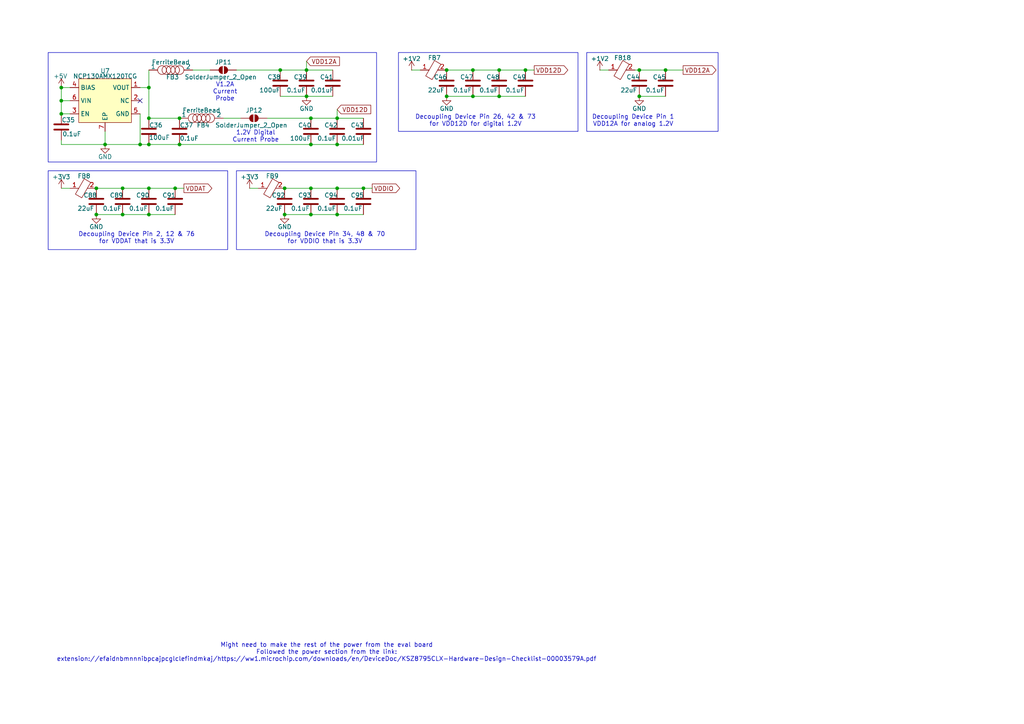
<source format=kicad_sch>
(kicad_sch (version 20250114) (generator "eeschema") (generator_version "9.0")
  (paper "A4")
  (title_block (date "2025-04-01") (rev "1") (company "Bronco Space") (comment 1 "SCALES") (comment 2 "By John Pollak"))
  (lib_symbols
    (symbol "CBW321609U101T_1"
      (property "Reference" "FB" (at 0 -0.254 0))
      (property "Value" "CBW321609U101T" (at 0 -5.08 0))
      (symbol "CBW321609U101T_1_0_1"
        (polyline (pts (xy -1.27 0) (xy -1.2954 0)))
        (polyline (pts (xy -0.4064 -2.7686) (xy -2.2606 -1.7018) (xy 0.3048 2.7686) (xy 2.159 1.6764) (xy -0.4064 -2.7686)))
        (polyline (pts (xy 1.27 0) (xy 1.2192 0)))
      )
      (symbol "CBW321609U101T_1_1_1"
        (pin unspecified line (at -3.81 0 0) (length 2.54) (name "~") (number "1"))
        (pin unspecified line (at 3.81 0 180) (length 2.54) (name "~") (number "2"))
      )
    )
    (symbol "Device:C" (pin_numbers (hide yes)) (pin_names (offset 0.254))
      (property "Reference" "C" (at 0.635 2.54 0))
      (property "Value" "C" (at 0.635 -2.54 0))
      (symbol "C_0_1"
        (polyline (pts (xy -2.032 0.762) (xy 2.032 0.762)) (stroke (width 0.508)))
        (polyline (pts (xy -2.032 -0.762) (xy 2.032 -0.762)) (stroke (width 0.508)))
      )
      (symbol "C_1_1"
        (pin passive line (at 0 3.81 270) (length 2.794) (name "~") (number "1"))
        (pin passive line (at 0 -3.81 90) (length 2.794) (name "~") (number "2"))
      )
    )
    (symbol "FerriteBead_1" (pin_numbers (hide yes)) (pin_names (offset 0))
      (property "Reference" "FB2" (at 0 2.032 0))
      (property "Value" "FerriteBead" (at 0.254 -2.286 0))
      (symbol "FerriteBead_1_0_1"
        (circle (center -2.54 0) (radius 1.27))
        (circle (center -1.27 0) (radius 1.27))
        (polyline (pts (xy 0 0) (xy -0.0254 0)))
        (circle (center 0 0) (radius 1.27))
        (circle (center 1.27 0) (radius 1.27))
        (polyline (pts (xy 2.54 0) (xy 2.4892 0)))
        (circle (center 2.54 0) (radius 1.27))
      )
      (symbol "FerriteBead_1_1_1"
        (pin passive line (at -6.35 0 0) (length 2.54) (name "1") (number "1"))
        (pin passive line (at 6.35 0 180) (length 2.54) (name "2") (number "2"))
      )
    )
    (symbol "SolderJumper_2_Open_1" (pin_numbers (hide yes)) (pin_names (offset 0) (hide yes)) (exclude_from_sim yes) (in_bom no)
      (property "Reference" "JP5" (at 0 -2.286 0))
      (property "Value" "SolderJumper_2_Open" (at 0.762 2.032 0))
      (symbol "SolderJumper_2_Open_1_0_1"
        (polyline (pts (xy -0.254 1.016) (xy -0.254 -1.016)))
        (arc (start -0.254 -1.016) (mid -1.2656 0) (end -0.254 1.016))
        (arc (start -0.254 -1.016) (mid -1.2656 0) (end -0.254 1.016) (fill (type outline)))
        (arc (start 0.254 1.016) (mid 1.2656 0) (end 0.254 -1.016))
        (arc (start 0.254 1.016) (mid 1.2656 0) (end 0.254 -1.016) (fill (type outline)))
        (polyline (pts (xy 0.254 1.016) (xy 0.254 -1.016)))
      )
      (symbol "SolderJumper_2_Open_1_1_1"
        (pin passive line (at -3.81 0 0) (length 2.54) (name "A") (number "1"))
        (pin passive line (at 3.81 0 180) (length 2.54) (name "B") (number "2"))
      )
    )
    (symbol "easyeda2kicad_local:NCP130AMX120TCG"
      (property "Reference" "U7" (at 0 9.906 0))
      (property "Value" "NCP130AMX120TCG" (at 0 8.382 0))
      (symbol "NCP130AMX120TCG_0_1"
        (rectangle (start -7.62 7.62) (end 7.62 -5.08) (fill (type background)))
        (pin unspecified line (at -10.16 5.08 0) (length 2.54) (name "BIAS") (number "4"))
        (pin unspecified line (at -10.16 -2.54 0) (length 2.54) (name "EN") (number "3"))
        (pin unspecified line (at 10.16 1.27 180) (length 2.54) (name "NC") (number "2"))
        (pin unspecified line (at 10.16 -2.54 180) (length 2.54) (name "GND") (number "5"))
      )
      (symbol "NCP130AMX120TCG_1_1"
        (pin unspecified line (at -10.16 1.27 0) (length 2.54) (name "VIN") (number "6"))
        (pin unspecified line (at 0 -7.62 90) (length 2.54) (name "EP") (number "7"))
        (pin unspecified line (at 10.16 5.08 180) (length 2.54) (name "VOUT") (number "1"))
      )
    )
    (symbol "power:+5V" (power) (pin_numbers (hide yes)) (pin_names (offset 0) (hide yes))
      (property "Value" "+5V" (at 0 3.556 0))
      (symbol "+5V_0_1"
        (polyline (pts (xy -0.762 1.27) (xy 0 2.54)))
        (polyline (pts (xy 0 2.54) (xy 0.762 1.27)))
        (polyline (pts (xy 0 0) (xy 0 2.54)))
      )
      (symbol "+5V_1_1"
        (pin power_in line (at 0 0 90) (length 0) (name "~") (number "1"))
      )
    )
    (symbol "power:GND" (power) (pin_numbers (hide yes)) (pin_names (offset 0) (hide yes))
      (property "Value" "GND" (at 0 -3.81 0))
      (symbol "GND_0_1"
        (polyline (pts (xy 0 0) (xy 0 -1.27) (xy 1.27 -1.27) (xy 0 -2.54) (xy -1.27 -1.27) (xy 0 -1.27)))
      )
      (symbol "GND_1_1"
        (pin power_in line (at 0 0 270) (length 0) (name "~") (number "1"))
      )
    )
    (symbol "power:VPP" (power) (pin_numbers (hide yes)) (pin_names (offset 0) (hide yes))
      (property "Value" "VPP" (at 0 3.556 0))
      (symbol "VPP_0_1"
        (polyline (pts (xy -0.762 1.27) (xy 0 2.54)))
        (polyline (pts (xy 0 2.54) (xy 0.762 1.27)))
        (polyline (pts (xy 0 0) (xy 0 2.54)))
      )
      (symbol "VPP_1_1"
        (pin power_in line (at 0 0 90) (length 0) (name "~") (number "1"))
      )
    )
  )
  (rectangle (start 170.18 15.24) (end 208.28 38.1))
  (rectangle (start 68.58 49.53) (end 120.65 72.39))
  (rectangle (start 13.97 15.24) (end 109.22 46.99))
  (rectangle (start 13.97 49.53) (end 66.04 72.39))
  (rectangle (start 115.57 15.24) (end 167.64 38.1))
  (text "Decoupling Device Pin 34, 48 & 70\nfor VDDIO that is 3.3V" (at 94.234 69.088 0) (effects (font (size 1.27 1.27))))
  (text "Might need to make the rest of the power from the eval board\nFollowed the power section from the link:\nextension://efaidnbmnnnibpcajpcglclefindmkaj/https://ww1.microchip.com/downloads/en/DeviceDoc/KSZ8795CLX-Hardware-Design-Checklist-00003579A.pdf" (at 94.742 189.23 0) (effects (font (size 1.27 1.27))))
  (text "Decoupling Device Pin 26, 42 & 73\nfor VDD12D for digital 1.2V" (at 137.922 35.052 0) (effects (font (size 1.27 1.27))))
  (text "Decoupling Device Pin 1\nVDD12A for analog 1.2V" (at 183.642 35.052 0) (effects (font (size 1.27 1.27))))
  (text "V1.2A\nCurrent\nProbe" (at 65.278 26.67 0) (effects (font (size 1.27 1.27))))
  (text "1.2V Digital\nCurrent Probe" (at 74.168 39.624 0) (effects (font (size 1.27 1.27))))
  (text "Decoupling Device Pin 2, 12 & 76\nfor VDDAT that is 3.3V" (at 39.624 69.088 0) (effects (font (size 1.27 1.27))))
  (junction (at 90.17 41.91))
  (junction (at 35.56 62.23))
  (junction (at 43.18 41.91))
  (junction (at 193.04 20.32))
  (junction (at 90.17 34.29))
  (junction (at 152.4 20.32))
  (junction (at 27.94 54.61))
  (junction (at 52.07 34.29))
  (junction (at 82.55 54.61))
  (junction (at 17.78 33.02))
  (junction (at 40.64 41.91))
  (junction (at 17.78 29.21))
  (junction (at 97.79 62.23))
  (junction (at 144.78 27.94))
  (junction (at 90.17 54.61))
  (junction (at 43.18 25.4))
  (junction (at 82.55 62.23))
  (junction (at 88.9 27.94))
  (junction (at 185.42 27.94))
  (junction (at 90.17 62.23))
  (junction (at 27.94 62.23))
  (junction (at 144.78 20.32))
  (junction (at 52.07 41.91))
  (junction (at 129.54 20.32))
  (junction (at 43.18 54.61))
  (junction (at 43.18 34.29))
  (junction (at 185.42 20.32))
  (junction (at 35.56 54.61))
  (junction (at 17.78 25.4))
  (junction (at 97.79 41.91))
  (junction (at 105.41 54.61))
  (junction (at 88.9 20.32))
  (junction (at 129.54 27.94))
  (junction (at 81.28 20.32))
  (junction (at 97.79 34.29))
  (junction (at 30.48 41.91))
  (junction (at 137.16 27.94))
  (junction (at 50.8 54.61))
  (junction (at 43.18 62.23))
  (junction (at 137.16 20.32))
  (junction (at 97.79 54.61))
  (no_connect (at 40.64 29.21))
  (wire (pts (xy 97.79 34.29) (xy 105.41 34.29)))
  (wire (pts (xy 77.47 34.29) (xy 90.17 34.29)))
  (wire (pts (xy 137.16 20.32) (xy 144.78 20.32)))
  (wire (pts (xy 35.56 62.23) (xy 43.18 62.23)))
  (wire (pts (xy 55.88 20.32) (xy 60.96 20.32)))
  (wire (pts (xy 97.79 41.91) (xy 105.41 41.91)))
  (wire (pts (xy 40.64 25.4) (xy 43.18 25.4)))
  (wire (pts (xy 40.64 33.02) (xy 40.64 41.91)))
  (wire (pts (xy 27.94 54.61) (xy 35.56 54.61)))
  (wire (pts (xy 17.78 40.64) (xy 17.78 41.91)))
  (wire (pts (xy 90.17 54.61) (xy 97.79 54.61)))
  (wire (pts (xy 17.78 25.4) (xy 17.78 29.21)))
  (wire (pts (xy 88.9 27.94) (xy 96.52 27.94)))
  (wire (pts (xy 90.17 62.23) (xy 97.79 62.23)))
  (wire (pts (xy 107.95 54.61) (xy 105.41 54.61)))
  (wire (pts (xy 185.42 20.32) (xy 193.04 20.32)))
  (wire (pts (xy 82.55 54.61) (xy 90.17 54.61)))
  (wire (pts (xy 90.17 34.29) (xy 97.79 34.29)))
  (wire (pts (xy 82.55 62.23) (xy 90.17 62.23)))
  (wire (pts (xy 129.54 27.94) (xy 137.16 27.94)))
  (wire (pts (xy 30.48 41.91) (xy 30.48 38.1)))
  (wire (pts (xy 97.79 62.23) (xy 105.41 62.23)))
  (wire (pts (xy 72.39 54.61) (xy 74.93 54.61)))
  (wire (pts (xy 40.64 41.91) (xy 43.18 41.91)))
  (wire (pts (xy 27.94 62.23) (xy 35.56 62.23)))
  (wire (pts (xy 17.78 29.21) (xy 17.78 33.02)))
  (wire (pts (xy 17.78 41.91) (xy 30.48 41.91)))
  (wire (pts (xy 81.28 20.32) (xy 88.9 20.32)))
  (wire (pts (xy 137.16 27.94) (xy 144.78 27.94)))
  (wire (pts (xy 64.77 34.29) (xy 69.85 34.29)))
  (wire (pts (xy 17.78 29.21) (xy 20.32 29.21)))
  (wire (pts (xy 198.12 20.32) (xy 193.04 20.32)))
  (wire (pts (xy 43.18 20.32) (xy 43.18 25.4)))
  (wire (pts (xy 184.15 20.32) (xy 185.42 20.32)))
  (wire (pts (xy 35.56 54.61) (xy 43.18 54.61)))
  (wire (pts (xy 68.58 20.32) (xy 81.28 20.32)))
  (wire (pts (xy 81.28 27.94) (xy 88.9 27.94)))
  (wire (pts (xy 97.79 54.61) (xy 105.41 54.61)))
  (wire (pts (xy 43.18 41.91) (xy 52.07 41.91)))
  (wire (pts (xy 144.78 20.32) (xy 152.4 20.32)))
  (wire (pts (xy 43.18 62.23) (xy 50.8 62.23)))
  (wire (pts (xy 52.07 41.91) (xy 90.17 41.91)))
  (wire (pts (xy 88.9 17.78) (xy 88.9 20.32)))
  (wire (pts (xy 43.18 25.4) (xy 43.18 34.29)))
  (wire (pts (xy 144.78 27.94) (xy 152.4 27.94)))
  (wire (pts (xy 90.17 41.91) (xy 97.79 41.91)))
  (wire (pts (xy 17.78 33.02) (xy 20.32 33.02)))
  (wire (pts (xy 119.38 20.32) (xy 121.92 20.32)))
  (wire (pts (xy 185.42 27.94) (xy 193.04 27.94)))
  (wire (pts (xy 154.94 20.32) (xy 152.4 20.32)))
  (wire (pts (xy 88.9 20.32) (xy 96.52 20.32)))
  (wire (pts (xy 53.34 54.61) (xy 50.8 54.61)))
  (wire (pts (xy 129.54 20.32) (xy 137.16 20.32)))
  (wire (pts (xy 20.32 25.4) (xy 17.78 25.4)))
  (wire (pts (xy 173.99 20.32) (xy 176.53 20.32)))
  (wire (pts (xy 43.18 54.61) (xy 50.8 54.61)))
  (wire (pts (xy 97.79 31.75) (xy 97.79 34.29)))
  (wire (pts (xy 17.78 54.61) (xy 20.32 54.61)))
  (wire (pts (xy 30.48 41.91) (xy 40.64 41.91)))
  (wire (pts (xy 43.18 34.29) (xy 52.07 34.29)))
  (global_label "VDDIO" (shape output) (at 107.95 54.61 0) (property "Intersheetrefs" "${INTERSHEET_REFS}" (effects (hide yes))))
  (global_label "VDD12A" (shape output) (at 198.12 20.32 0) (property "Intersheetrefs" "${INTERSHEET_REFS}" (effects (hide yes))))
  (global_label "VDD12D" (shape input) (at 97.79 31.75 0) (property "Intersheetrefs" "${INTERSHEET_REFS}" (effects (hide yes))))
  (global_label "VDD12D" (shape output) (at 154.94 20.32 0) (property "Intersheetrefs" "${INTERSHEET_REFS}" (effects (hide yes))))
  (global_label "VDDAT" (shape output) (at 53.34 54.61 0) (property "Intersheetrefs" "${INTERSHEET_REFS}" (effects (hide yes))))
  (global_label "VDD12A" (shape input) (at 88.9 17.78 0) (property "Intersheetrefs" "${INTERSHEET_REFS}" (effects (hide yes))))
  (symbol (lib_id "power:GND") (at 88.9 27.94 0) (unit 1)
    (property "Reference" "#PWR0102" (effects (hide yes)))
    (property "Value" "GND" (at 88.9 31.496 0))
    (property "Description" "Power symbol creates a global label with name \"GND\" , ground" (effects (hide yes)))
  )
  (symbol (lib_name "SolderJumper_2_Open_1") (lib_id "Jumper:SolderJumper_2_Open") (at 64.77 20.32 180) (unit 1)
    (property "Reference" "JP11" (at 64.77 18.034 0))
    (property "Value" "SolderJumper_2_Open" (at 64.008 22.352 0))
    (property "Footprint" "Jumper:SolderJumper-2_P1.3mm_Open_RoundedPad1.0x1.5mm" (effects (hide yes)))
    (property "Description" "Solder Jumper, 2-pole, open" (effects (hide yes)))
  )
  (symbol (lib_id "power:GND") (at 129.54 27.94 0) (unit 1)
    (property "Reference" "#PWR0107" (effects (hide yes)))
    (property "Value" "GND" (at 129.54 31.496 0))
    (property "Description" "Power symbol creates a global label with name \"GND\" , ground" (effects (hide yes)))
  )
  (symbol (lib_id "Device:C") (at 105.41 38.1 180) (unit 1)
    (property "Reference" "C43" (at 103.632 36.322 0))
    (property "Value" "0.01uF" (at 102.362 40.132 0))
    (property "Footprint" "Capacitor_SMD:C_0402_1005Metric" (effects (hide yes)))
    (property "Description" "Unpolarized capacitor" (effects (hide yes)))
  )
  (symbol (lib_id "Device:C") (at 81.28 24.13 180) (unit 1)
    (property "Reference" "C38" (at 79.502 22.352 0))
    (property "Value" "100uF" (at 78.232 26.162 0))
    (property "Footprint" "Capacitor_SMD:C_0402_1005Metric" (effects (hide yes)))
    (property "Description" "Unpolarized capacitor" (effects (hide yes)))
  )
  (symbol (lib_id "Device:C") (at 96.52 24.13 180) (unit 1)
    (property "Reference" "C41" (at 94.742 22.352 0))
    (property "Value" "0.01uF" (at 93.472 26.162 0))
    (property "Footprint" "Capacitor_SMD:C_0402_1005Metric" (effects (hide yes)))
    (property "Description" "Unpolarized capacitor" (effects (hide yes)))
  )
  (symbol (lib_id "Device:C") (at 152.4 24.13 180) (unit 1)
    (property "Reference" "C49" (at 150.622 22.352 0))
    (property "Value" "0.1uF" (at 149.352 26.162 0))
    (property "Footprint" "Capacitor_SMD:C_0402_1005Metric" (effects (hide yes)))
    (property "Description" "Unpolarized capacitor" (effects (hide yes)))
  )
  (symbol (lib_id "Device:C") (at 105.41 58.42 180) (unit 1)
    (property "Reference" "C95" (at 103.632 56.642 0))
    (property "Value" "0.1uF" (at 102.362 60.452 0))
    (property "Footprint" "Capacitor_SMD:C_0402_1005Metric" (effects (hide yes)))
    (property "Description" "Unpolarized capacitor" (effects (hide yes)))
  )
  (symbol (lib_id "Device:C") (at 97.79 58.42 180) (unit 1)
    (property "Reference" "C94" (at 96.012 56.642 0))
    (property "Value" "0.1uF" (at 94.742 60.452 0))
    (property "Footprint" "Capacitor_SMD:C_0402_1005Metric" (effects (hide yes)))
    (property "Description" "Unpolarized capacitor" (effects (hide yes)))
  )
  (symbol (lib_id "Device:C") (at 129.54 24.13 180) (unit 1)
    (property "Reference" "C46" (at 127.762 22.352 0))
    (property "Value" "22uF" (at 126.492 26.162 0))
    (property "Footprint" "Capacitor_SMD:C_0402_1005Metric" (effects (hide yes)))
    (property "Description" "Unpolarized capacitor" (effects (hide yes)))
  )
  (symbol (lib_id "Device:C") (at 17.78 36.83 180) (unit 1)
    (property "Reference" "C35" (at 19.812 34.798 0))
    (property "Value" "0.1uF" (at 20.828 38.862 0))
    (property "Footprint" "Capacitor_SMD:C_0402_1005Metric" (effects (hide yes)))
    (property "Description" "Unpolarized capacitor" (effects (hide yes)))
  )
  (symbol (lib_name "CBW321609U101T_1") (lib_id "easyeda2kicad_local:CBW321609U101T") (at 24.13 54.61 0) (unit 1)
    (property "Reference" "FB8" (at 24.384 51.054 0))
    (property "Value" "CBW321609U101T" (effects (hide yes)))
    (property "Footprint" "easyeda2kicad:L1206" (effects (hide yes)))
    (property "Datasheet" "https://lcsc.com/product-detail/Ferrite-Beads-And-Chips_100R-25-at100MHz_C91466.html" (effects (hide yes)))
    (property "LCSC Part" "C91466" (effects (hide yes)))
  )
  (symbol (lib_id "Device:C") (at 88.9 24.13 180) (unit 1)
    (property "Reference" "C39" (at 87.122 22.352 0))
    (property "Value" "0.1uF" (at 85.852 26.162 0))
    (property "Footprint" "Capacitor_SMD:C_0402_1005Metric" (effects (hide yes)))
    (property "Description" "Unpolarized capacitor" (effects (hide yes)))
  )
  (symbol (lib_id "Device:C") (at 193.04 24.13 180) (unit 1)
    (property "Reference" "C45" (at 191.262 22.352 0))
    (property "Value" "0.1uF" (at 189.992 26.162 0))
    (property "Footprint" "Capacitor_SMD:C_0402_1005Metric" (effects (hide yes)))
    (property "Description" "Unpolarized capacitor" (effects (hide yes)))
  )
  (symbol (lib_id "power:GND") (at 30.48 41.91 0) (unit 1)
    (property "Reference" "#PWR0100" (effects (hide yes)))
    (property "Value" "GND" (at 30.48 45.466 0))
    (property "Description" "Power symbol creates a global label with name \"GND\" , ground" (effects (hide yes)))
  )
  (symbol (lib_id "Device:C") (at 97.79 38.1 180) (unit 1)
    (property "Reference" "C42" (at 96.012 36.322 0))
    (property "Value" "0.1uF" (at 94.742 40.132 0))
    (property "Footprint" "Capacitor_SMD:C_0402_1005Metric" (effects (hide yes)))
    (property "Description" "Unpolarized capacitor" (effects (hide yes)))
  )
  (symbol (lib_name "FerriteBead_1") (lib_id "Device:FerriteBead") (at 58.42 34.29 0) (unit 1)
    (property "Reference" "FB4" (at 58.928 36.322 0))
    (property "Value" "FerriteBead" (at 58.42 32.004 0))
    (property "Footprint" "Inductor_SMD:L_0603_1608Metric" (effects (hide yes)))
    (property "Description" "Ferrite bead" (effects (hide yes)))
  )
  (symbol (lib_id "Device:C") (at 43.18 58.42 180) (unit 1)
    (property "Reference" "C90" (at 41.402 56.642 0))
    (property "Value" "0.1uF" (at 40.132 60.452 0))
    (property "Footprint" "Capacitor_SMD:C_0402_1005Metric" (effects (hide yes)))
    (property "Description" "Unpolarized capacitor" (effects (hide yes)))
  )
  (symbol (lib_id "power:VPP") (at 173.99 20.32 0) (unit 1)
    (property "Reference" "#PWR0104" (effects (hide yes)))
    (property "Value" "+1V2" (at 173.99 17.018 0))
    (property "Description" "Power symbol creates a global label with name \"VPP\"" (effects (hide yes)))
  )
  (symbol (lib_name "FerriteBead_1") (lib_id "Device:FerriteBead") (at 49.53 20.32 0) (unit 1)
    (property "Reference" "FB3" (at 50.038 22.352 0))
    (property "Value" "FerriteBead" (at 49.53 18.034 0))
    (property "Footprint" "Inductor_SMD:L_0603_1608Metric" (effects (hide yes)))
    (property "Description" "Ferrite bead" (effects (hide yes)))
  )
  (symbol (lib_id "Device:C") (at 27.94 58.42 180) (unit 1)
    (property "Reference" "C88" (at 26.162 56.642 0))
    (property "Value" "22uF" (at 24.892 60.452 0))
    (property "Footprint" "Capacitor_SMD:C_0402_1005Metric" (effects (hide yes)))
    (property "Description" "Unpolarized capacitor" (effects (hide yes)))
  )
  (symbol (lib_id "Device:C") (at 35.56 58.42 180) (unit 1)
    (property "Reference" "C89" (at 33.782 56.642 0))
    (property "Value" "0.1uF" (at 32.512 60.452 0))
    (property "Footprint" "Capacitor_SMD:C_0402_1005Metric" (effects (hide yes)))
    (property "Description" "Unpolarized capacitor" (effects (hide yes)))
  )
  (symbol (lib_id "power:GND") (at 27.94 62.23 0) (unit 1)
    (property "Reference" "#PWR0200" (effects (hide yes)))
    (property "Value" "GND" (at 27.94 65.786 0))
    (property "Description" "Power symbol creates a global label with name \"GND\" , ground" (effects (hide yes)))
  )
  (symbol (lib_id "Device:C") (at 90.17 58.42 180) (unit 1)
    (property "Reference" "C93" (at 88.392 56.642 0))
    (property "Value" "0.1uF" (at 87.122 60.452 0))
    (property "Footprint" "Capacitor_SMD:C_0402_1005Metric" (effects (hide yes)))
    (property "Description" "Unpolarized capacitor" (effects (hide yes)))
  )
  (symbol (lib_id "Device:C") (at 50.8 58.42 180) (unit 1)
    (property "Reference" "C91" (at 49.022 56.642 0))
    (property "Value" "0.1uF" (at 47.752 60.452 0))
    (property "Footprint" "Capacitor_SMD:C_0402_1005Metric" (effects (hide yes)))
    (property "Description" "Unpolarized capacitor" (effects (hide yes)))
  )
  (symbol (lib_id "Device:C") (at 185.42 24.13 180) (unit 1)
    (property "Reference" "C44" (at 183.642 22.352 0))
    (property "Value" "22uF" (at 182.372 26.162 0))
    (property "Footprint" "Capacitor_SMD:C_0402_1005Metric" (effects (hide yes)))
    (property "Description" "Unpolarized capacitor" (effects (hide yes)))
  )
  (symbol (lib_id "easyeda2kicad_local:NCP130AMX120TCG") (at 30.48 30.48 0) (unit 1)
    (property "Reference" "U7" (at 30.48 20.574 0))
    (property "Value" "NCP130AMX120TCG" (at 30.48 22.098 0))
    (property "Footprint" "easyeda2kicad:XDFN-6_L1.2-W1.2-P0.40-BL-EP" (effects (hide yes)))
    (property "Datasheet" "https://www.lcsc.com/product-detail/Voltage-Regulators-Linear-Low-Drop-Out-LDO-Regulators_onsemi-NCP130AMX120TCG_C892096.html" (effects (hide yes)))
    (property "LCSC Part" "C892096" (effects (hide yes)))
  )
  (symbol (lib_id "Device:C") (at 52.07 38.1 180) (unit 1)
    (property "Reference" "C37" (at 54.102 36.322 0))
    (property "Value" "0.1uF" (at 54.864 40.132 0))
    (property "Footprint" "Capacitor_SMD:C_0402_1005Metric" (effects (hide yes)))
    (property "Description" "Unpolarized capacitor" (effects (hide yes)))
  )
  (symbol (lib_name "CBW321609U101T_1") (lib_id "easyeda2kicad_local:CBW321609U101T") (at 78.74 54.61 0) (unit 1)
    (property "Reference" "FB9" (at 78.994 51.054 0))
    (property "Value" "CBW321609U101T" (effects (hide yes)))
    (property "Footprint" "easyeda2kicad:L1206" (effects (hide yes)))
    (property "Datasheet" "https://lcsc.com/product-detail/Ferrite-Beads-And-Chips_100R-25-at100MHz_C91466.html" (effects (hide yes)))
    (property "LCSC Part" "C91466" (effects (hide yes)))
  )
  (symbol (lib_name "SolderJumper_2_Open_1") (lib_id "Jumper:SolderJumper_2_Open") (at 73.66 34.29 180) (unit 1)
    (property "Reference" "JP12" (at 73.66 32.004 0))
    (property "Value" "SolderJumper_2_Open" (at 72.898 36.322 0))
    (property "Footprint" "Jumper:SolderJumper-2_P1.3mm_Open_RoundedPad1.0x1.5mm" (effects (hide yes)))
    (property "Description" "Solder Jumper, 2-pole, open" (effects (hide yes)))
  )
  (symbol (lib_id "power:GND") (at 185.42 27.94 0) (unit 1)
    (property "Reference" "#PWR0105" (effects (hide yes)))
    (property "Value" "GND" (at 185.42 31.496 0))
    (property "Description" "Power symbol creates a global label with name \"GND\" , ground" (effects (hide yes)))
  )
  (symbol (lib_id "power:+5V") (at 17.78 25.4 0) (unit 1)
    (property "Reference" "#PWR099" (effects (hide yes)))
    (property "Value" "+5V" (at 17.526 22.098 0))
    (property "Description" "Power symbol creates a global label with name \"+5V\"" (effects (hide yes)))
  )
  (symbol (lib_id "Device:C") (at 90.17 38.1 180) (unit 1)
    (property "Reference" "C40" (at 88.392 36.322 0))
    (property "Value" "100uF" (at 87.122 40.132 0))
    (property "Footprint" "Capacitor_SMD:C_0402_1005Metric" (effects (hide yes)))
    (property "Description" "Unpolarized capacitor" (effects (hide yes)))
  )
  (symbol (lib_name "CBW321609U101T_1") (lib_id "easyeda2kicad_local:CBW321609U101T") (at 125.73 20.32 0) (unit 1)
    (property "Reference" "FB7" (at 125.984 16.764 0))
    (property "Value" "CBW321609U101T" (effects (hide yes)))
    (property "Footprint" "easyeda2kicad:L1206" (effects (hide yes)))
    (property "Datasheet" "https://lcsc.com/product-detail/Ferrite-Beads-And-Chips_100R-25-at100MHz_C91466.html" (effects (hide yes)))
    (property "LCSC Part" "C91466" (effects (hide yes)))
  )
  (symbol (lib_id "power:VPP") (at 17.78 54.61 0) (unit 1)
    (property "Reference" "#PWR0199" (effects (hide yes)))
    (property "Value" "+3V3" (at 17.78 51.308 0))
    (property "Description" "Power symbol creates a global label with name \"VPP\"" (effects (hide yes)))
  )
  (symbol (lib_name "CBW321609U101T_1") (lib_id "easyeda2kicad_local:CBW321609U101T") (at 180.34 20.32 0) (unit 1)
    (property "Reference" "FB18" (at 180.594 16.764 0))
    (property "Value" "CBW321609U101T" (effects (hide yes)))
    (property "Footprint" "easyeda2kicad:L1206" (effects (hide yes)))
    (property "Datasheet" "https://lcsc.com/product-detail/Ferrite-Beads-And-Chips_100R-25-at100MHz_C91466.html" (effects (hide yes)))
    (property "LCSC Part" "C91466" (effects (hide yes)))
  )
  (symbol (lib_id "power:VPP") (at 119.38 20.32 0) (unit 1)
    (property "Reference" "#PWR0106" (effects (hide yes)))
    (property "Value" "+1V2" (at 119.38 17.018 0))
    (property "Description" "Power symbol creates a global label with name \"VPP\"" (effects (hide yes)))
  )
  (symbol (lib_id "Device:C") (at 82.55 58.42 180) (unit 1)
    (property "Reference" "C92" (at 80.772 56.642 0))
    (property "Value" "22uF" (at 79.502 60.452 0))
    (property "Footprint" "Capacitor_SMD:C_0402_1005Metric" (effects (hide yes)))
    (property "Description" "Unpolarized capacitor" (effects (hide yes)))
  )
  (symbol (lib_id "power:GND") (at 82.55 62.23 0) (unit 1)
    (property "Reference" "#PWR0202" (effects (hide yes)))
    (property "Value" "GND" (at 82.55 65.786 0))
    (property "Description" "Power symbol creates a global label with name \"GND\" , ground" (effects (hide yes)))
  )
  (symbol (lib_id "Device:C") (at 43.18 38.1 180) (unit 1)
    (property "Reference" "C36" (at 45.212 36.322 0))
    (property "Value" "100uF" (at 46.228 39.878 0))
    (property "Footprint" "Capacitor_SMD:C_0402_1005Metric" (effects (hide yes)))
    (property "Description" "Unpolarized capacitor" (effects (hide yes)))
  )
  (symbol (lib_id "power:VPP") (at 72.39 54.61 0) (unit 1)
    (property "Reference" "#PWR0201" (effects (hide yes)))
    (property "Value" "+3V3" (at 72.39 51.308 0))
    (property "Description" "Power symbol creates a global label with name \"VPP\"" (effects (hide yes)))
  )
  (symbol (lib_id "Device:C") (at 137.16 24.13 180) (unit 1)
    (property "Reference" "C47" (at 135.382 22.352 0))
    (property "Value" "0.1uF" (at 134.112 26.162 0))
    (property "Footprint" "Capacitor_SMD:C_0402_1005Metric" (effects (hide yes)))
    (property "Description" "Unpolarized capacitor" (effects (hide yes)))
  )
  (symbol (lib_id "Device:C") (at 144.78 24.13 180) (unit 1)
    (property "Reference" "C48" (at 143.002 22.352 0))
    (property "Value" "0.1uF" (at 141.732 26.162 0))
    (property "Footprint" "Capacitor_SMD:C_0402_1005Metric" (effects (hide yes)))
    (property "Description" "Unpolarized capacitor" (effects (hide yes)))
  )
)
</source>
